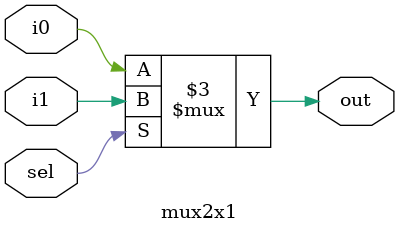
<source format=v>

 module mux2x1(
 input sel,i0,i1,
 output out);
 always @(*) begin
 if(sel)
 out = i1;
 else
 out = i0;
 end
 endmodule

</source>
